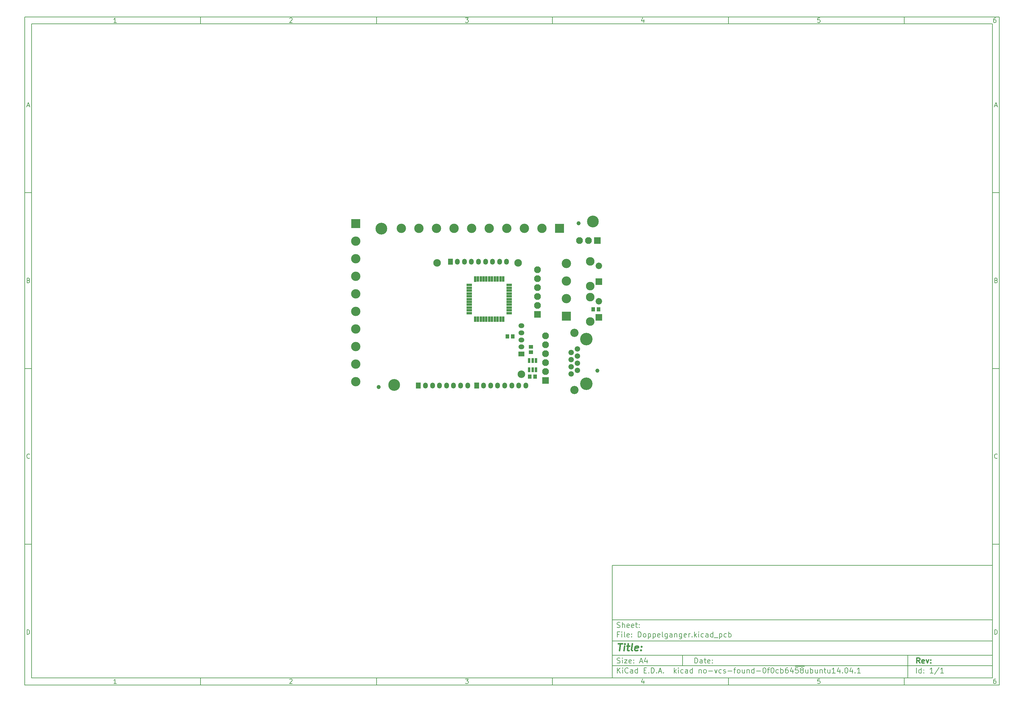
<source format=gts>
G04 #@! TF.GenerationSoftware,KiCad,Pcbnew,no-vcs-found-0f0cb64~58~ubuntu14.04.1*
G04 #@! TF.CreationDate,2017-03-27T23:46:48+02:00*
G04 #@! TF.ProjectId,Doppelganger,446F7070656C67616E6765722E6B6963,rev?*
G04 #@! TF.FileFunction,Soldermask,Top*
G04 #@! TF.FilePolarity,Negative*
%FSLAX46Y46*%
G04 Gerber Fmt 4.6, Leading zero omitted, Abs format (unit mm)*
G04 Created by KiCad (PCBNEW no-vcs-found-0f0cb64~58~ubuntu14.04.1) date Mon Mar 27 23:46:48 2017*
%MOMM*%
%LPD*%
G01*
G04 APERTURE LIST*
%ADD10C,0.100000*%
%ADD11C,0.150000*%
%ADD12C,0.300000*%
%ADD13C,0.400000*%
%ADD14R,1.064400X1.216800*%
%ADD15R,2.650000X2.650000*%
%ADD16C,2.650000*%
%ADD17R,1.850000X1.850000*%
%ADD18C,1.850000*%
%ADD19C,2.450000*%
%ADD20R,1.950000X1.950000*%
%ADD21C,1.950000*%
%ADD22R,1.650000X0.700000*%
%ADD23R,0.700000X1.650000*%
%ADD24C,0.700000*%
%ADD25C,1.550000*%
%ADD26C,3.550000*%
%ADD27C,2.350000*%
%ADD28O,1.350000X1.674000*%
%ADD29R,1.350000X1.674000*%
%ADD30O,1.674000X1.350000*%
%ADD31R,1.674000X1.350000*%
%ADD32C,2.150000*%
%ADD33C,3.350000*%
%ADD34C,1.150000*%
%ADD35R,0.770000X1.370000*%
%ADD36R,1.216800X1.064400*%
G04 APERTURE END LIST*
D10*
D11*
X177002200Y-166007200D02*
X177002200Y-198007200D01*
X285002200Y-198007200D01*
X285002200Y-166007200D01*
X177002200Y-166007200D01*
D10*
D11*
X10000000Y-10000000D02*
X10000000Y-200007200D01*
X287002200Y-200007200D01*
X287002200Y-10000000D01*
X10000000Y-10000000D01*
D10*
D11*
X12000000Y-12000000D02*
X12000000Y-198007200D01*
X285002200Y-198007200D01*
X285002200Y-12000000D01*
X12000000Y-12000000D01*
D10*
D11*
X60000000Y-12000000D02*
X60000000Y-10000000D01*
D10*
D11*
X110000000Y-12000000D02*
X110000000Y-10000000D01*
D10*
D11*
X160000000Y-12000000D02*
X160000000Y-10000000D01*
D10*
D11*
X210000000Y-12000000D02*
X210000000Y-10000000D01*
D10*
D11*
X260000000Y-12000000D02*
X260000000Y-10000000D01*
D10*
D11*
X36065476Y-11588095D02*
X35322619Y-11588095D01*
X35694047Y-11588095D02*
X35694047Y-10288095D01*
X35570238Y-10473809D01*
X35446428Y-10597619D01*
X35322619Y-10659523D01*
D10*
D11*
X85322619Y-10411904D02*
X85384523Y-10350000D01*
X85508333Y-10288095D01*
X85817857Y-10288095D01*
X85941666Y-10350000D01*
X86003571Y-10411904D01*
X86065476Y-10535714D01*
X86065476Y-10659523D01*
X86003571Y-10845238D01*
X85260714Y-11588095D01*
X86065476Y-11588095D01*
D10*
D11*
X135260714Y-10288095D02*
X136065476Y-10288095D01*
X135632142Y-10783333D01*
X135817857Y-10783333D01*
X135941666Y-10845238D01*
X136003571Y-10907142D01*
X136065476Y-11030952D01*
X136065476Y-11340476D01*
X136003571Y-11464285D01*
X135941666Y-11526190D01*
X135817857Y-11588095D01*
X135446428Y-11588095D01*
X135322619Y-11526190D01*
X135260714Y-11464285D01*
D10*
D11*
X185941666Y-10721428D02*
X185941666Y-11588095D01*
X185632142Y-10226190D02*
X185322619Y-11154761D01*
X186127380Y-11154761D01*
D10*
D11*
X236003571Y-10288095D02*
X235384523Y-10288095D01*
X235322619Y-10907142D01*
X235384523Y-10845238D01*
X235508333Y-10783333D01*
X235817857Y-10783333D01*
X235941666Y-10845238D01*
X236003571Y-10907142D01*
X236065476Y-11030952D01*
X236065476Y-11340476D01*
X236003571Y-11464285D01*
X235941666Y-11526190D01*
X235817857Y-11588095D01*
X235508333Y-11588095D01*
X235384523Y-11526190D01*
X235322619Y-11464285D01*
D10*
D11*
X285941666Y-10288095D02*
X285694047Y-10288095D01*
X285570238Y-10350000D01*
X285508333Y-10411904D01*
X285384523Y-10597619D01*
X285322619Y-10845238D01*
X285322619Y-11340476D01*
X285384523Y-11464285D01*
X285446428Y-11526190D01*
X285570238Y-11588095D01*
X285817857Y-11588095D01*
X285941666Y-11526190D01*
X286003571Y-11464285D01*
X286065476Y-11340476D01*
X286065476Y-11030952D01*
X286003571Y-10907142D01*
X285941666Y-10845238D01*
X285817857Y-10783333D01*
X285570238Y-10783333D01*
X285446428Y-10845238D01*
X285384523Y-10907142D01*
X285322619Y-11030952D01*
D10*
D11*
X60000000Y-198007200D02*
X60000000Y-200007200D01*
D10*
D11*
X110000000Y-198007200D02*
X110000000Y-200007200D01*
D10*
D11*
X160000000Y-198007200D02*
X160000000Y-200007200D01*
D10*
D11*
X210000000Y-198007200D02*
X210000000Y-200007200D01*
D10*
D11*
X260000000Y-198007200D02*
X260000000Y-200007200D01*
D10*
D11*
X36065476Y-199595295D02*
X35322619Y-199595295D01*
X35694047Y-199595295D02*
X35694047Y-198295295D01*
X35570238Y-198481009D01*
X35446428Y-198604819D01*
X35322619Y-198666723D01*
D10*
D11*
X85322619Y-198419104D02*
X85384523Y-198357200D01*
X85508333Y-198295295D01*
X85817857Y-198295295D01*
X85941666Y-198357200D01*
X86003571Y-198419104D01*
X86065476Y-198542914D01*
X86065476Y-198666723D01*
X86003571Y-198852438D01*
X85260714Y-199595295D01*
X86065476Y-199595295D01*
D10*
D11*
X135260714Y-198295295D02*
X136065476Y-198295295D01*
X135632142Y-198790533D01*
X135817857Y-198790533D01*
X135941666Y-198852438D01*
X136003571Y-198914342D01*
X136065476Y-199038152D01*
X136065476Y-199347676D01*
X136003571Y-199471485D01*
X135941666Y-199533390D01*
X135817857Y-199595295D01*
X135446428Y-199595295D01*
X135322619Y-199533390D01*
X135260714Y-199471485D01*
D10*
D11*
X185941666Y-198728628D02*
X185941666Y-199595295D01*
X185632142Y-198233390D02*
X185322619Y-199161961D01*
X186127380Y-199161961D01*
D10*
D11*
X236003571Y-198295295D02*
X235384523Y-198295295D01*
X235322619Y-198914342D01*
X235384523Y-198852438D01*
X235508333Y-198790533D01*
X235817857Y-198790533D01*
X235941666Y-198852438D01*
X236003571Y-198914342D01*
X236065476Y-199038152D01*
X236065476Y-199347676D01*
X236003571Y-199471485D01*
X235941666Y-199533390D01*
X235817857Y-199595295D01*
X235508333Y-199595295D01*
X235384523Y-199533390D01*
X235322619Y-199471485D01*
D10*
D11*
X285941666Y-198295295D02*
X285694047Y-198295295D01*
X285570238Y-198357200D01*
X285508333Y-198419104D01*
X285384523Y-198604819D01*
X285322619Y-198852438D01*
X285322619Y-199347676D01*
X285384523Y-199471485D01*
X285446428Y-199533390D01*
X285570238Y-199595295D01*
X285817857Y-199595295D01*
X285941666Y-199533390D01*
X286003571Y-199471485D01*
X286065476Y-199347676D01*
X286065476Y-199038152D01*
X286003571Y-198914342D01*
X285941666Y-198852438D01*
X285817857Y-198790533D01*
X285570238Y-198790533D01*
X285446428Y-198852438D01*
X285384523Y-198914342D01*
X285322619Y-199038152D01*
D10*
D11*
X10000000Y-60000000D02*
X12000000Y-60000000D01*
D10*
D11*
X10000000Y-110000000D02*
X12000000Y-110000000D01*
D10*
D11*
X10000000Y-160000000D02*
X12000000Y-160000000D01*
D10*
D11*
X10690476Y-35216666D02*
X11309523Y-35216666D01*
X10566666Y-35588095D02*
X11000000Y-34288095D01*
X11433333Y-35588095D01*
D10*
D11*
X11092857Y-84907142D02*
X11278571Y-84969047D01*
X11340476Y-85030952D01*
X11402380Y-85154761D01*
X11402380Y-85340476D01*
X11340476Y-85464285D01*
X11278571Y-85526190D01*
X11154761Y-85588095D01*
X10659523Y-85588095D01*
X10659523Y-84288095D01*
X11092857Y-84288095D01*
X11216666Y-84350000D01*
X11278571Y-84411904D01*
X11340476Y-84535714D01*
X11340476Y-84659523D01*
X11278571Y-84783333D01*
X11216666Y-84845238D01*
X11092857Y-84907142D01*
X10659523Y-84907142D01*
D10*
D11*
X11402380Y-135464285D02*
X11340476Y-135526190D01*
X11154761Y-135588095D01*
X11030952Y-135588095D01*
X10845238Y-135526190D01*
X10721428Y-135402380D01*
X10659523Y-135278571D01*
X10597619Y-135030952D01*
X10597619Y-134845238D01*
X10659523Y-134597619D01*
X10721428Y-134473809D01*
X10845238Y-134350000D01*
X11030952Y-134288095D01*
X11154761Y-134288095D01*
X11340476Y-134350000D01*
X11402380Y-134411904D01*
D10*
D11*
X10659523Y-185588095D02*
X10659523Y-184288095D01*
X10969047Y-184288095D01*
X11154761Y-184350000D01*
X11278571Y-184473809D01*
X11340476Y-184597619D01*
X11402380Y-184845238D01*
X11402380Y-185030952D01*
X11340476Y-185278571D01*
X11278571Y-185402380D01*
X11154761Y-185526190D01*
X10969047Y-185588095D01*
X10659523Y-185588095D01*
D10*
D11*
X287002200Y-60000000D02*
X285002200Y-60000000D01*
D10*
D11*
X287002200Y-110000000D02*
X285002200Y-110000000D01*
D10*
D11*
X287002200Y-160000000D02*
X285002200Y-160000000D01*
D10*
D11*
X285692676Y-35216666D02*
X286311723Y-35216666D01*
X285568866Y-35588095D02*
X286002200Y-34288095D01*
X286435533Y-35588095D01*
D10*
D11*
X286095057Y-84907142D02*
X286280771Y-84969047D01*
X286342676Y-85030952D01*
X286404580Y-85154761D01*
X286404580Y-85340476D01*
X286342676Y-85464285D01*
X286280771Y-85526190D01*
X286156961Y-85588095D01*
X285661723Y-85588095D01*
X285661723Y-84288095D01*
X286095057Y-84288095D01*
X286218866Y-84350000D01*
X286280771Y-84411904D01*
X286342676Y-84535714D01*
X286342676Y-84659523D01*
X286280771Y-84783333D01*
X286218866Y-84845238D01*
X286095057Y-84907142D01*
X285661723Y-84907142D01*
D10*
D11*
X286404580Y-135464285D02*
X286342676Y-135526190D01*
X286156961Y-135588095D01*
X286033152Y-135588095D01*
X285847438Y-135526190D01*
X285723628Y-135402380D01*
X285661723Y-135278571D01*
X285599819Y-135030952D01*
X285599819Y-134845238D01*
X285661723Y-134597619D01*
X285723628Y-134473809D01*
X285847438Y-134350000D01*
X286033152Y-134288095D01*
X286156961Y-134288095D01*
X286342676Y-134350000D01*
X286404580Y-134411904D01*
D10*
D11*
X285661723Y-185588095D02*
X285661723Y-184288095D01*
X285971247Y-184288095D01*
X286156961Y-184350000D01*
X286280771Y-184473809D01*
X286342676Y-184597619D01*
X286404580Y-184845238D01*
X286404580Y-185030952D01*
X286342676Y-185278571D01*
X286280771Y-185402380D01*
X286156961Y-185526190D01*
X285971247Y-185588095D01*
X285661723Y-185588095D01*
D10*
D11*
X200434342Y-193785771D02*
X200434342Y-192285771D01*
X200791485Y-192285771D01*
X201005771Y-192357200D01*
X201148628Y-192500057D01*
X201220057Y-192642914D01*
X201291485Y-192928628D01*
X201291485Y-193142914D01*
X201220057Y-193428628D01*
X201148628Y-193571485D01*
X201005771Y-193714342D01*
X200791485Y-193785771D01*
X200434342Y-193785771D01*
X202577200Y-193785771D02*
X202577200Y-193000057D01*
X202505771Y-192857200D01*
X202362914Y-192785771D01*
X202077200Y-192785771D01*
X201934342Y-192857200D01*
X202577200Y-193714342D02*
X202434342Y-193785771D01*
X202077200Y-193785771D01*
X201934342Y-193714342D01*
X201862914Y-193571485D01*
X201862914Y-193428628D01*
X201934342Y-193285771D01*
X202077200Y-193214342D01*
X202434342Y-193214342D01*
X202577200Y-193142914D01*
X203077200Y-192785771D02*
X203648628Y-192785771D01*
X203291485Y-192285771D02*
X203291485Y-193571485D01*
X203362914Y-193714342D01*
X203505771Y-193785771D01*
X203648628Y-193785771D01*
X204720057Y-193714342D02*
X204577200Y-193785771D01*
X204291485Y-193785771D01*
X204148628Y-193714342D01*
X204077200Y-193571485D01*
X204077200Y-193000057D01*
X204148628Y-192857200D01*
X204291485Y-192785771D01*
X204577200Y-192785771D01*
X204720057Y-192857200D01*
X204791485Y-193000057D01*
X204791485Y-193142914D01*
X204077200Y-193285771D01*
X205434342Y-193642914D02*
X205505771Y-193714342D01*
X205434342Y-193785771D01*
X205362914Y-193714342D01*
X205434342Y-193642914D01*
X205434342Y-193785771D01*
X205434342Y-192857200D02*
X205505771Y-192928628D01*
X205434342Y-193000057D01*
X205362914Y-192928628D01*
X205434342Y-192857200D01*
X205434342Y-193000057D01*
D10*
D11*
X177002200Y-194507200D02*
X285002200Y-194507200D01*
D10*
D11*
X178434342Y-196585771D02*
X178434342Y-195085771D01*
X179291485Y-196585771D02*
X178648628Y-195728628D01*
X179291485Y-195085771D02*
X178434342Y-195942914D01*
X179934342Y-196585771D02*
X179934342Y-195585771D01*
X179934342Y-195085771D02*
X179862914Y-195157200D01*
X179934342Y-195228628D01*
X180005771Y-195157200D01*
X179934342Y-195085771D01*
X179934342Y-195228628D01*
X181505771Y-196442914D02*
X181434342Y-196514342D01*
X181220057Y-196585771D01*
X181077200Y-196585771D01*
X180862914Y-196514342D01*
X180720057Y-196371485D01*
X180648628Y-196228628D01*
X180577200Y-195942914D01*
X180577200Y-195728628D01*
X180648628Y-195442914D01*
X180720057Y-195300057D01*
X180862914Y-195157200D01*
X181077200Y-195085771D01*
X181220057Y-195085771D01*
X181434342Y-195157200D01*
X181505771Y-195228628D01*
X182791485Y-196585771D02*
X182791485Y-195800057D01*
X182720057Y-195657200D01*
X182577200Y-195585771D01*
X182291485Y-195585771D01*
X182148628Y-195657200D01*
X182791485Y-196514342D02*
X182648628Y-196585771D01*
X182291485Y-196585771D01*
X182148628Y-196514342D01*
X182077200Y-196371485D01*
X182077200Y-196228628D01*
X182148628Y-196085771D01*
X182291485Y-196014342D01*
X182648628Y-196014342D01*
X182791485Y-195942914D01*
X184148628Y-196585771D02*
X184148628Y-195085771D01*
X184148628Y-196514342D02*
X184005771Y-196585771D01*
X183720057Y-196585771D01*
X183577200Y-196514342D01*
X183505771Y-196442914D01*
X183434342Y-196300057D01*
X183434342Y-195871485D01*
X183505771Y-195728628D01*
X183577200Y-195657200D01*
X183720057Y-195585771D01*
X184005771Y-195585771D01*
X184148628Y-195657200D01*
X186005771Y-195800057D02*
X186505771Y-195800057D01*
X186720057Y-196585771D02*
X186005771Y-196585771D01*
X186005771Y-195085771D01*
X186720057Y-195085771D01*
X187362914Y-196442914D02*
X187434342Y-196514342D01*
X187362914Y-196585771D01*
X187291485Y-196514342D01*
X187362914Y-196442914D01*
X187362914Y-196585771D01*
X188077200Y-196585771D02*
X188077200Y-195085771D01*
X188434342Y-195085771D01*
X188648628Y-195157200D01*
X188791485Y-195300057D01*
X188862914Y-195442914D01*
X188934342Y-195728628D01*
X188934342Y-195942914D01*
X188862914Y-196228628D01*
X188791485Y-196371485D01*
X188648628Y-196514342D01*
X188434342Y-196585771D01*
X188077200Y-196585771D01*
X189577200Y-196442914D02*
X189648628Y-196514342D01*
X189577200Y-196585771D01*
X189505771Y-196514342D01*
X189577200Y-196442914D01*
X189577200Y-196585771D01*
X190220057Y-196157200D02*
X190934342Y-196157200D01*
X190077200Y-196585771D02*
X190577200Y-195085771D01*
X191077200Y-196585771D01*
X191577200Y-196442914D02*
X191648628Y-196514342D01*
X191577200Y-196585771D01*
X191505771Y-196514342D01*
X191577200Y-196442914D01*
X191577200Y-196585771D01*
X194577200Y-196585771D02*
X194577200Y-195085771D01*
X194720057Y-196014342D02*
X195148628Y-196585771D01*
X195148628Y-195585771D02*
X194577200Y-196157200D01*
X195791485Y-196585771D02*
X195791485Y-195585771D01*
X195791485Y-195085771D02*
X195720057Y-195157200D01*
X195791485Y-195228628D01*
X195862914Y-195157200D01*
X195791485Y-195085771D01*
X195791485Y-195228628D01*
X197148628Y-196514342D02*
X197005771Y-196585771D01*
X196720057Y-196585771D01*
X196577200Y-196514342D01*
X196505771Y-196442914D01*
X196434342Y-196300057D01*
X196434342Y-195871485D01*
X196505771Y-195728628D01*
X196577200Y-195657200D01*
X196720057Y-195585771D01*
X197005771Y-195585771D01*
X197148628Y-195657200D01*
X198434342Y-196585771D02*
X198434342Y-195800057D01*
X198362914Y-195657200D01*
X198220057Y-195585771D01*
X197934342Y-195585771D01*
X197791485Y-195657200D01*
X198434342Y-196514342D02*
X198291485Y-196585771D01*
X197934342Y-196585771D01*
X197791485Y-196514342D01*
X197720057Y-196371485D01*
X197720057Y-196228628D01*
X197791485Y-196085771D01*
X197934342Y-196014342D01*
X198291485Y-196014342D01*
X198434342Y-195942914D01*
X199791485Y-196585771D02*
X199791485Y-195085771D01*
X199791485Y-196514342D02*
X199648628Y-196585771D01*
X199362914Y-196585771D01*
X199220057Y-196514342D01*
X199148628Y-196442914D01*
X199077200Y-196300057D01*
X199077200Y-195871485D01*
X199148628Y-195728628D01*
X199220057Y-195657200D01*
X199362914Y-195585771D01*
X199648628Y-195585771D01*
X199791485Y-195657200D01*
X201648628Y-195585771D02*
X201648628Y-196585771D01*
X201648628Y-195728628D02*
X201720057Y-195657200D01*
X201862914Y-195585771D01*
X202077200Y-195585771D01*
X202220057Y-195657200D01*
X202291485Y-195800057D01*
X202291485Y-196585771D01*
X203220057Y-196585771D02*
X203077200Y-196514342D01*
X203005771Y-196442914D01*
X202934342Y-196300057D01*
X202934342Y-195871485D01*
X203005771Y-195728628D01*
X203077200Y-195657200D01*
X203220057Y-195585771D01*
X203434342Y-195585771D01*
X203577200Y-195657200D01*
X203648628Y-195728628D01*
X203720057Y-195871485D01*
X203720057Y-196300057D01*
X203648628Y-196442914D01*
X203577200Y-196514342D01*
X203434342Y-196585771D01*
X203220057Y-196585771D01*
X204362914Y-196014342D02*
X205505771Y-196014342D01*
X206077200Y-195585771D02*
X206434342Y-196585771D01*
X206791485Y-195585771D01*
X208005771Y-196514342D02*
X207862914Y-196585771D01*
X207577200Y-196585771D01*
X207434342Y-196514342D01*
X207362914Y-196442914D01*
X207291485Y-196300057D01*
X207291485Y-195871485D01*
X207362914Y-195728628D01*
X207434342Y-195657200D01*
X207577200Y-195585771D01*
X207862914Y-195585771D01*
X208005771Y-195657200D01*
X208577200Y-196514342D02*
X208720057Y-196585771D01*
X209005771Y-196585771D01*
X209148628Y-196514342D01*
X209220057Y-196371485D01*
X209220057Y-196300057D01*
X209148628Y-196157200D01*
X209005771Y-196085771D01*
X208791485Y-196085771D01*
X208648628Y-196014342D01*
X208577200Y-195871485D01*
X208577200Y-195800057D01*
X208648628Y-195657200D01*
X208791485Y-195585771D01*
X209005771Y-195585771D01*
X209148628Y-195657200D01*
X209862914Y-196014342D02*
X211005771Y-196014342D01*
X211505771Y-195585771D02*
X212077200Y-195585771D01*
X211720057Y-196585771D02*
X211720057Y-195300057D01*
X211791485Y-195157200D01*
X211934342Y-195085771D01*
X212077200Y-195085771D01*
X212791485Y-196585771D02*
X212648628Y-196514342D01*
X212577200Y-196442914D01*
X212505771Y-196300057D01*
X212505771Y-195871485D01*
X212577200Y-195728628D01*
X212648628Y-195657200D01*
X212791485Y-195585771D01*
X213005771Y-195585771D01*
X213148628Y-195657200D01*
X213220057Y-195728628D01*
X213291485Y-195871485D01*
X213291485Y-196300057D01*
X213220057Y-196442914D01*
X213148628Y-196514342D01*
X213005771Y-196585771D01*
X212791485Y-196585771D01*
X214577200Y-195585771D02*
X214577200Y-196585771D01*
X213934342Y-195585771D02*
X213934342Y-196371485D01*
X214005771Y-196514342D01*
X214148628Y-196585771D01*
X214362914Y-196585771D01*
X214505771Y-196514342D01*
X214577200Y-196442914D01*
X215291485Y-195585771D02*
X215291485Y-196585771D01*
X215291485Y-195728628D02*
X215362914Y-195657200D01*
X215505771Y-195585771D01*
X215720057Y-195585771D01*
X215862914Y-195657200D01*
X215934342Y-195800057D01*
X215934342Y-196585771D01*
X217291485Y-196585771D02*
X217291485Y-195085771D01*
X217291485Y-196514342D02*
X217148628Y-196585771D01*
X216862914Y-196585771D01*
X216720057Y-196514342D01*
X216648628Y-196442914D01*
X216577200Y-196300057D01*
X216577200Y-195871485D01*
X216648628Y-195728628D01*
X216720057Y-195657200D01*
X216862914Y-195585771D01*
X217148628Y-195585771D01*
X217291485Y-195657200D01*
X218005771Y-196014342D02*
X219148628Y-196014342D01*
X220148628Y-195085771D02*
X220291485Y-195085771D01*
X220434342Y-195157200D01*
X220505771Y-195228628D01*
X220577200Y-195371485D01*
X220648628Y-195657200D01*
X220648628Y-196014342D01*
X220577200Y-196300057D01*
X220505771Y-196442914D01*
X220434342Y-196514342D01*
X220291485Y-196585771D01*
X220148628Y-196585771D01*
X220005771Y-196514342D01*
X219934342Y-196442914D01*
X219862914Y-196300057D01*
X219791485Y-196014342D01*
X219791485Y-195657200D01*
X219862914Y-195371485D01*
X219934342Y-195228628D01*
X220005771Y-195157200D01*
X220148628Y-195085771D01*
X221077200Y-195585771D02*
X221648628Y-195585771D01*
X221291485Y-196585771D02*
X221291485Y-195300057D01*
X221362914Y-195157200D01*
X221505771Y-195085771D01*
X221648628Y-195085771D01*
X222434342Y-195085771D02*
X222577200Y-195085771D01*
X222720057Y-195157200D01*
X222791485Y-195228628D01*
X222862914Y-195371485D01*
X222934342Y-195657200D01*
X222934342Y-196014342D01*
X222862914Y-196300057D01*
X222791485Y-196442914D01*
X222720057Y-196514342D01*
X222577200Y-196585771D01*
X222434342Y-196585771D01*
X222291485Y-196514342D01*
X222220057Y-196442914D01*
X222148628Y-196300057D01*
X222077200Y-196014342D01*
X222077200Y-195657200D01*
X222148628Y-195371485D01*
X222220057Y-195228628D01*
X222291485Y-195157200D01*
X222434342Y-195085771D01*
X224220057Y-196514342D02*
X224077200Y-196585771D01*
X223791485Y-196585771D01*
X223648628Y-196514342D01*
X223577200Y-196442914D01*
X223505771Y-196300057D01*
X223505771Y-195871485D01*
X223577200Y-195728628D01*
X223648628Y-195657200D01*
X223791485Y-195585771D01*
X224077200Y-195585771D01*
X224220057Y-195657200D01*
X224862914Y-196585771D02*
X224862914Y-195085771D01*
X224862914Y-195657200D02*
X225005771Y-195585771D01*
X225291485Y-195585771D01*
X225434342Y-195657200D01*
X225505771Y-195728628D01*
X225577200Y-195871485D01*
X225577200Y-196300057D01*
X225505771Y-196442914D01*
X225434342Y-196514342D01*
X225291485Y-196585771D01*
X225005771Y-196585771D01*
X224862914Y-196514342D01*
X226862914Y-195085771D02*
X226577200Y-195085771D01*
X226434342Y-195157200D01*
X226362914Y-195228628D01*
X226220057Y-195442914D01*
X226148628Y-195728628D01*
X226148628Y-196300057D01*
X226220057Y-196442914D01*
X226291485Y-196514342D01*
X226434342Y-196585771D01*
X226720057Y-196585771D01*
X226862914Y-196514342D01*
X226934342Y-196442914D01*
X227005771Y-196300057D01*
X227005771Y-195942914D01*
X226934342Y-195800057D01*
X226862914Y-195728628D01*
X226720057Y-195657200D01*
X226434342Y-195657200D01*
X226291485Y-195728628D01*
X226220057Y-195800057D01*
X226148628Y-195942914D01*
X228291485Y-195585771D02*
X228291485Y-196585771D01*
X227934342Y-195014342D02*
X227577200Y-196085771D01*
X228505771Y-196085771D01*
X228967557Y-194677200D02*
X230148628Y-194677200D01*
X229791485Y-195085771D02*
X229077200Y-195085771D01*
X229005771Y-195800057D01*
X229077200Y-195728628D01*
X229220057Y-195657200D01*
X229577200Y-195657200D01*
X229720057Y-195728628D01*
X229791485Y-195800057D01*
X229862914Y-195942914D01*
X229862914Y-196300057D01*
X229791485Y-196442914D01*
X229720057Y-196514342D01*
X229577200Y-196585771D01*
X229220057Y-196585771D01*
X229077200Y-196514342D01*
X229005771Y-196442914D01*
X230148628Y-194677200D02*
X231577200Y-194677200D01*
X230720057Y-195728628D02*
X230577200Y-195657200D01*
X230505771Y-195585771D01*
X230434342Y-195442914D01*
X230434342Y-195371485D01*
X230505771Y-195228628D01*
X230577200Y-195157200D01*
X230720057Y-195085771D01*
X231005771Y-195085771D01*
X231148628Y-195157200D01*
X231220057Y-195228628D01*
X231291485Y-195371485D01*
X231291485Y-195442914D01*
X231220057Y-195585771D01*
X231148628Y-195657200D01*
X231005771Y-195728628D01*
X230720057Y-195728628D01*
X230577200Y-195800057D01*
X230505771Y-195871485D01*
X230434342Y-196014342D01*
X230434342Y-196300057D01*
X230505771Y-196442914D01*
X230577200Y-196514342D01*
X230720057Y-196585771D01*
X231005771Y-196585771D01*
X231148628Y-196514342D01*
X231220057Y-196442914D01*
X231291485Y-196300057D01*
X231291485Y-196014342D01*
X231220057Y-195871485D01*
X231148628Y-195800057D01*
X231005771Y-195728628D01*
X232577200Y-195585771D02*
X232577200Y-196585771D01*
X231934342Y-195585771D02*
X231934342Y-196371485D01*
X232005771Y-196514342D01*
X232148628Y-196585771D01*
X232362914Y-196585771D01*
X232505771Y-196514342D01*
X232577200Y-196442914D01*
X233291485Y-196585771D02*
X233291485Y-195085771D01*
X233291485Y-195657200D02*
X233434342Y-195585771D01*
X233720057Y-195585771D01*
X233862914Y-195657200D01*
X233934342Y-195728628D01*
X234005771Y-195871485D01*
X234005771Y-196300057D01*
X233934342Y-196442914D01*
X233862914Y-196514342D01*
X233720057Y-196585771D01*
X233434342Y-196585771D01*
X233291485Y-196514342D01*
X235291485Y-195585771D02*
X235291485Y-196585771D01*
X234648628Y-195585771D02*
X234648628Y-196371485D01*
X234720057Y-196514342D01*
X234862914Y-196585771D01*
X235077200Y-196585771D01*
X235220057Y-196514342D01*
X235291485Y-196442914D01*
X236005771Y-195585771D02*
X236005771Y-196585771D01*
X236005771Y-195728628D02*
X236077200Y-195657200D01*
X236220057Y-195585771D01*
X236434342Y-195585771D01*
X236577200Y-195657200D01*
X236648628Y-195800057D01*
X236648628Y-196585771D01*
X237148628Y-195585771D02*
X237720057Y-195585771D01*
X237362914Y-195085771D02*
X237362914Y-196371485D01*
X237434342Y-196514342D01*
X237577200Y-196585771D01*
X237720057Y-196585771D01*
X238862914Y-195585771D02*
X238862914Y-196585771D01*
X238220057Y-195585771D02*
X238220057Y-196371485D01*
X238291485Y-196514342D01*
X238434342Y-196585771D01*
X238648628Y-196585771D01*
X238791485Y-196514342D01*
X238862914Y-196442914D01*
X240362914Y-196585771D02*
X239505771Y-196585771D01*
X239934342Y-196585771D02*
X239934342Y-195085771D01*
X239791485Y-195300057D01*
X239648628Y-195442914D01*
X239505771Y-195514342D01*
X241648628Y-195585771D02*
X241648628Y-196585771D01*
X241291485Y-195014342D02*
X240934342Y-196085771D01*
X241862914Y-196085771D01*
X242434342Y-196442914D02*
X242505771Y-196514342D01*
X242434342Y-196585771D01*
X242362914Y-196514342D01*
X242434342Y-196442914D01*
X242434342Y-196585771D01*
X243434342Y-195085771D02*
X243577200Y-195085771D01*
X243720057Y-195157200D01*
X243791485Y-195228628D01*
X243862914Y-195371485D01*
X243934342Y-195657200D01*
X243934342Y-196014342D01*
X243862914Y-196300057D01*
X243791485Y-196442914D01*
X243720057Y-196514342D01*
X243577200Y-196585771D01*
X243434342Y-196585771D01*
X243291485Y-196514342D01*
X243220057Y-196442914D01*
X243148628Y-196300057D01*
X243077200Y-196014342D01*
X243077200Y-195657200D01*
X243148628Y-195371485D01*
X243220057Y-195228628D01*
X243291485Y-195157200D01*
X243434342Y-195085771D01*
X245220057Y-195585771D02*
X245220057Y-196585771D01*
X244862914Y-195014342D02*
X244505771Y-196085771D01*
X245434342Y-196085771D01*
X246005771Y-196442914D02*
X246077200Y-196514342D01*
X246005771Y-196585771D01*
X245934342Y-196514342D01*
X246005771Y-196442914D01*
X246005771Y-196585771D01*
X247505771Y-196585771D02*
X246648628Y-196585771D01*
X247077200Y-196585771D02*
X247077200Y-195085771D01*
X246934342Y-195300057D01*
X246791485Y-195442914D01*
X246648628Y-195514342D01*
D10*
D11*
X177002200Y-191507200D02*
X285002200Y-191507200D01*
D10*
D12*
X264411485Y-193785771D02*
X263911485Y-193071485D01*
X263554342Y-193785771D02*
X263554342Y-192285771D01*
X264125771Y-192285771D01*
X264268628Y-192357200D01*
X264340057Y-192428628D01*
X264411485Y-192571485D01*
X264411485Y-192785771D01*
X264340057Y-192928628D01*
X264268628Y-193000057D01*
X264125771Y-193071485D01*
X263554342Y-193071485D01*
X265625771Y-193714342D02*
X265482914Y-193785771D01*
X265197200Y-193785771D01*
X265054342Y-193714342D01*
X264982914Y-193571485D01*
X264982914Y-193000057D01*
X265054342Y-192857200D01*
X265197200Y-192785771D01*
X265482914Y-192785771D01*
X265625771Y-192857200D01*
X265697200Y-193000057D01*
X265697200Y-193142914D01*
X264982914Y-193285771D01*
X266197200Y-192785771D02*
X266554342Y-193785771D01*
X266911485Y-192785771D01*
X267482914Y-193642914D02*
X267554342Y-193714342D01*
X267482914Y-193785771D01*
X267411485Y-193714342D01*
X267482914Y-193642914D01*
X267482914Y-193785771D01*
X267482914Y-192857200D02*
X267554342Y-192928628D01*
X267482914Y-193000057D01*
X267411485Y-192928628D01*
X267482914Y-192857200D01*
X267482914Y-193000057D01*
D10*
D11*
X178362914Y-193714342D02*
X178577200Y-193785771D01*
X178934342Y-193785771D01*
X179077200Y-193714342D01*
X179148628Y-193642914D01*
X179220057Y-193500057D01*
X179220057Y-193357200D01*
X179148628Y-193214342D01*
X179077200Y-193142914D01*
X178934342Y-193071485D01*
X178648628Y-193000057D01*
X178505771Y-192928628D01*
X178434342Y-192857200D01*
X178362914Y-192714342D01*
X178362914Y-192571485D01*
X178434342Y-192428628D01*
X178505771Y-192357200D01*
X178648628Y-192285771D01*
X179005771Y-192285771D01*
X179220057Y-192357200D01*
X179862914Y-193785771D02*
X179862914Y-192785771D01*
X179862914Y-192285771D02*
X179791485Y-192357200D01*
X179862914Y-192428628D01*
X179934342Y-192357200D01*
X179862914Y-192285771D01*
X179862914Y-192428628D01*
X180434342Y-192785771D02*
X181220057Y-192785771D01*
X180434342Y-193785771D01*
X181220057Y-193785771D01*
X182362914Y-193714342D02*
X182220057Y-193785771D01*
X181934342Y-193785771D01*
X181791485Y-193714342D01*
X181720057Y-193571485D01*
X181720057Y-193000057D01*
X181791485Y-192857200D01*
X181934342Y-192785771D01*
X182220057Y-192785771D01*
X182362914Y-192857200D01*
X182434342Y-193000057D01*
X182434342Y-193142914D01*
X181720057Y-193285771D01*
X183077200Y-193642914D02*
X183148628Y-193714342D01*
X183077200Y-193785771D01*
X183005771Y-193714342D01*
X183077200Y-193642914D01*
X183077200Y-193785771D01*
X183077200Y-192857200D02*
X183148628Y-192928628D01*
X183077200Y-193000057D01*
X183005771Y-192928628D01*
X183077200Y-192857200D01*
X183077200Y-193000057D01*
X184862914Y-193357200D02*
X185577200Y-193357200D01*
X184720057Y-193785771D02*
X185220057Y-192285771D01*
X185720057Y-193785771D01*
X186862914Y-192785771D02*
X186862914Y-193785771D01*
X186505771Y-192214342D02*
X186148628Y-193285771D01*
X187077200Y-193285771D01*
D10*
D11*
X263434342Y-196585771D02*
X263434342Y-195085771D01*
X264791485Y-196585771D02*
X264791485Y-195085771D01*
X264791485Y-196514342D02*
X264648628Y-196585771D01*
X264362914Y-196585771D01*
X264220057Y-196514342D01*
X264148628Y-196442914D01*
X264077200Y-196300057D01*
X264077200Y-195871485D01*
X264148628Y-195728628D01*
X264220057Y-195657200D01*
X264362914Y-195585771D01*
X264648628Y-195585771D01*
X264791485Y-195657200D01*
X265505771Y-196442914D02*
X265577200Y-196514342D01*
X265505771Y-196585771D01*
X265434342Y-196514342D01*
X265505771Y-196442914D01*
X265505771Y-196585771D01*
X265505771Y-195657200D02*
X265577200Y-195728628D01*
X265505771Y-195800057D01*
X265434342Y-195728628D01*
X265505771Y-195657200D01*
X265505771Y-195800057D01*
X268148628Y-196585771D02*
X267291485Y-196585771D01*
X267720057Y-196585771D02*
X267720057Y-195085771D01*
X267577200Y-195300057D01*
X267434342Y-195442914D01*
X267291485Y-195514342D01*
X269862914Y-195014342D02*
X268577200Y-196942914D01*
X271148628Y-196585771D02*
X270291485Y-196585771D01*
X270720057Y-196585771D02*
X270720057Y-195085771D01*
X270577200Y-195300057D01*
X270434342Y-195442914D01*
X270291485Y-195514342D01*
D10*
D11*
X177002200Y-187507200D02*
X285002200Y-187507200D01*
D10*
D13*
X178714580Y-188211961D02*
X179857438Y-188211961D01*
X179036009Y-190211961D02*
X179286009Y-188211961D01*
X180274104Y-190211961D02*
X180440771Y-188878628D01*
X180524104Y-188211961D02*
X180416961Y-188307200D01*
X180500295Y-188402438D01*
X180607438Y-188307200D01*
X180524104Y-188211961D01*
X180500295Y-188402438D01*
X181107438Y-188878628D02*
X181869342Y-188878628D01*
X181476485Y-188211961D02*
X181262200Y-189926247D01*
X181333628Y-190116723D01*
X181512200Y-190211961D01*
X181702676Y-190211961D01*
X182655057Y-190211961D02*
X182476485Y-190116723D01*
X182405057Y-189926247D01*
X182619342Y-188211961D01*
X184190771Y-190116723D02*
X183988390Y-190211961D01*
X183607438Y-190211961D01*
X183428866Y-190116723D01*
X183357438Y-189926247D01*
X183452676Y-189164342D01*
X183571723Y-188973866D01*
X183774104Y-188878628D01*
X184155057Y-188878628D01*
X184333628Y-188973866D01*
X184405057Y-189164342D01*
X184381247Y-189354819D01*
X183405057Y-189545295D01*
X185155057Y-190021485D02*
X185238390Y-190116723D01*
X185131247Y-190211961D01*
X185047914Y-190116723D01*
X185155057Y-190021485D01*
X185131247Y-190211961D01*
X185286009Y-188973866D02*
X185369342Y-189069104D01*
X185262200Y-189164342D01*
X185178866Y-189069104D01*
X185286009Y-188973866D01*
X185262200Y-189164342D01*
D10*
D11*
X178934342Y-185600057D02*
X178434342Y-185600057D01*
X178434342Y-186385771D02*
X178434342Y-184885771D01*
X179148628Y-184885771D01*
X179720057Y-186385771D02*
X179720057Y-185385771D01*
X179720057Y-184885771D02*
X179648628Y-184957200D01*
X179720057Y-185028628D01*
X179791485Y-184957200D01*
X179720057Y-184885771D01*
X179720057Y-185028628D01*
X180648628Y-186385771D02*
X180505771Y-186314342D01*
X180434342Y-186171485D01*
X180434342Y-184885771D01*
X181791485Y-186314342D02*
X181648628Y-186385771D01*
X181362914Y-186385771D01*
X181220057Y-186314342D01*
X181148628Y-186171485D01*
X181148628Y-185600057D01*
X181220057Y-185457200D01*
X181362914Y-185385771D01*
X181648628Y-185385771D01*
X181791485Y-185457200D01*
X181862914Y-185600057D01*
X181862914Y-185742914D01*
X181148628Y-185885771D01*
X182505771Y-186242914D02*
X182577200Y-186314342D01*
X182505771Y-186385771D01*
X182434342Y-186314342D01*
X182505771Y-186242914D01*
X182505771Y-186385771D01*
X182505771Y-185457200D02*
X182577200Y-185528628D01*
X182505771Y-185600057D01*
X182434342Y-185528628D01*
X182505771Y-185457200D01*
X182505771Y-185600057D01*
X184362914Y-186385771D02*
X184362914Y-184885771D01*
X184720057Y-184885771D01*
X184934342Y-184957200D01*
X185077200Y-185100057D01*
X185148628Y-185242914D01*
X185220057Y-185528628D01*
X185220057Y-185742914D01*
X185148628Y-186028628D01*
X185077200Y-186171485D01*
X184934342Y-186314342D01*
X184720057Y-186385771D01*
X184362914Y-186385771D01*
X186077200Y-186385771D02*
X185934342Y-186314342D01*
X185862914Y-186242914D01*
X185791485Y-186100057D01*
X185791485Y-185671485D01*
X185862914Y-185528628D01*
X185934342Y-185457200D01*
X186077200Y-185385771D01*
X186291485Y-185385771D01*
X186434342Y-185457200D01*
X186505771Y-185528628D01*
X186577200Y-185671485D01*
X186577200Y-186100057D01*
X186505771Y-186242914D01*
X186434342Y-186314342D01*
X186291485Y-186385771D01*
X186077200Y-186385771D01*
X187220057Y-185385771D02*
X187220057Y-186885771D01*
X187220057Y-185457200D02*
X187362914Y-185385771D01*
X187648628Y-185385771D01*
X187791485Y-185457200D01*
X187862914Y-185528628D01*
X187934342Y-185671485D01*
X187934342Y-186100057D01*
X187862914Y-186242914D01*
X187791485Y-186314342D01*
X187648628Y-186385771D01*
X187362914Y-186385771D01*
X187220057Y-186314342D01*
X188577200Y-185385771D02*
X188577200Y-186885771D01*
X188577200Y-185457200D02*
X188720057Y-185385771D01*
X189005771Y-185385771D01*
X189148628Y-185457200D01*
X189220057Y-185528628D01*
X189291485Y-185671485D01*
X189291485Y-186100057D01*
X189220057Y-186242914D01*
X189148628Y-186314342D01*
X189005771Y-186385771D01*
X188720057Y-186385771D01*
X188577200Y-186314342D01*
X190505771Y-186314342D02*
X190362914Y-186385771D01*
X190077200Y-186385771D01*
X189934342Y-186314342D01*
X189862914Y-186171485D01*
X189862914Y-185600057D01*
X189934342Y-185457200D01*
X190077200Y-185385771D01*
X190362914Y-185385771D01*
X190505771Y-185457200D01*
X190577200Y-185600057D01*
X190577200Y-185742914D01*
X189862914Y-185885771D01*
X191434342Y-186385771D02*
X191291485Y-186314342D01*
X191220057Y-186171485D01*
X191220057Y-184885771D01*
X192648628Y-185385771D02*
X192648628Y-186600057D01*
X192577200Y-186742914D01*
X192505771Y-186814342D01*
X192362914Y-186885771D01*
X192148628Y-186885771D01*
X192005771Y-186814342D01*
X192648628Y-186314342D02*
X192505771Y-186385771D01*
X192220057Y-186385771D01*
X192077200Y-186314342D01*
X192005771Y-186242914D01*
X191934342Y-186100057D01*
X191934342Y-185671485D01*
X192005771Y-185528628D01*
X192077200Y-185457200D01*
X192220057Y-185385771D01*
X192505771Y-185385771D01*
X192648628Y-185457200D01*
X194005771Y-186385771D02*
X194005771Y-185600057D01*
X193934342Y-185457200D01*
X193791485Y-185385771D01*
X193505771Y-185385771D01*
X193362914Y-185457200D01*
X194005771Y-186314342D02*
X193862914Y-186385771D01*
X193505771Y-186385771D01*
X193362914Y-186314342D01*
X193291485Y-186171485D01*
X193291485Y-186028628D01*
X193362914Y-185885771D01*
X193505771Y-185814342D01*
X193862914Y-185814342D01*
X194005771Y-185742914D01*
X194720057Y-185385771D02*
X194720057Y-186385771D01*
X194720057Y-185528628D02*
X194791485Y-185457200D01*
X194934342Y-185385771D01*
X195148628Y-185385771D01*
X195291485Y-185457200D01*
X195362914Y-185600057D01*
X195362914Y-186385771D01*
X196720057Y-185385771D02*
X196720057Y-186600057D01*
X196648628Y-186742914D01*
X196577200Y-186814342D01*
X196434342Y-186885771D01*
X196220057Y-186885771D01*
X196077200Y-186814342D01*
X196720057Y-186314342D02*
X196577200Y-186385771D01*
X196291485Y-186385771D01*
X196148628Y-186314342D01*
X196077200Y-186242914D01*
X196005771Y-186100057D01*
X196005771Y-185671485D01*
X196077200Y-185528628D01*
X196148628Y-185457200D01*
X196291485Y-185385771D01*
X196577200Y-185385771D01*
X196720057Y-185457200D01*
X198005771Y-186314342D02*
X197862914Y-186385771D01*
X197577200Y-186385771D01*
X197434342Y-186314342D01*
X197362914Y-186171485D01*
X197362914Y-185600057D01*
X197434342Y-185457200D01*
X197577200Y-185385771D01*
X197862914Y-185385771D01*
X198005771Y-185457200D01*
X198077200Y-185600057D01*
X198077200Y-185742914D01*
X197362914Y-185885771D01*
X198720057Y-186385771D02*
X198720057Y-185385771D01*
X198720057Y-185671485D02*
X198791485Y-185528628D01*
X198862914Y-185457200D01*
X199005771Y-185385771D01*
X199148628Y-185385771D01*
X199648628Y-186242914D02*
X199720057Y-186314342D01*
X199648628Y-186385771D01*
X199577200Y-186314342D01*
X199648628Y-186242914D01*
X199648628Y-186385771D01*
X200362914Y-186385771D02*
X200362914Y-184885771D01*
X200505771Y-185814342D02*
X200934342Y-186385771D01*
X200934342Y-185385771D02*
X200362914Y-185957200D01*
X201577200Y-186385771D02*
X201577200Y-185385771D01*
X201577200Y-184885771D02*
X201505771Y-184957200D01*
X201577200Y-185028628D01*
X201648628Y-184957200D01*
X201577200Y-184885771D01*
X201577200Y-185028628D01*
X202934342Y-186314342D02*
X202791485Y-186385771D01*
X202505771Y-186385771D01*
X202362914Y-186314342D01*
X202291485Y-186242914D01*
X202220057Y-186100057D01*
X202220057Y-185671485D01*
X202291485Y-185528628D01*
X202362914Y-185457200D01*
X202505771Y-185385771D01*
X202791485Y-185385771D01*
X202934342Y-185457200D01*
X204220057Y-186385771D02*
X204220057Y-185600057D01*
X204148628Y-185457200D01*
X204005771Y-185385771D01*
X203720057Y-185385771D01*
X203577200Y-185457200D01*
X204220057Y-186314342D02*
X204077200Y-186385771D01*
X203720057Y-186385771D01*
X203577200Y-186314342D01*
X203505771Y-186171485D01*
X203505771Y-186028628D01*
X203577200Y-185885771D01*
X203720057Y-185814342D01*
X204077200Y-185814342D01*
X204220057Y-185742914D01*
X205577200Y-186385771D02*
X205577200Y-184885771D01*
X205577200Y-186314342D02*
X205434342Y-186385771D01*
X205148628Y-186385771D01*
X205005771Y-186314342D01*
X204934342Y-186242914D01*
X204862914Y-186100057D01*
X204862914Y-185671485D01*
X204934342Y-185528628D01*
X205005771Y-185457200D01*
X205148628Y-185385771D01*
X205434342Y-185385771D01*
X205577200Y-185457200D01*
X205934342Y-186528628D02*
X207077200Y-186528628D01*
X207434342Y-185385771D02*
X207434342Y-186885771D01*
X207434342Y-185457200D02*
X207577200Y-185385771D01*
X207862914Y-185385771D01*
X208005771Y-185457200D01*
X208077200Y-185528628D01*
X208148628Y-185671485D01*
X208148628Y-186100057D01*
X208077200Y-186242914D01*
X208005771Y-186314342D01*
X207862914Y-186385771D01*
X207577200Y-186385771D01*
X207434342Y-186314342D01*
X209434342Y-186314342D02*
X209291485Y-186385771D01*
X209005771Y-186385771D01*
X208862914Y-186314342D01*
X208791485Y-186242914D01*
X208720057Y-186100057D01*
X208720057Y-185671485D01*
X208791485Y-185528628D01*
X208862914Y-185457200D01*
X209005771Y-185385771D01*
X209291485Y-185385771D01*
X209434342Y-185457200D01*
X210077200Y-186385771D02*
X210077200Y-184885771D01*
X210077200Y-185457200D02*
X210220057Y-185385771D01*
X210505771Y-185385771D01*
X210648628Y-185457200D01*
X210720057Y-185528628D01*
X210791485Y-185671485D01*
X210791485Y-186100057D01*
X210720057Y-186242914D01*
X210648628Y-186314342D01*
X210505771Y-186385771D01*
X210220057Y-186385771D01*
X210077200Y-186314342D01*
D10*
D11*
X177002200Y-181507200D02*
X285002200Y-181507200D01*
D10*
D11*
X178362914Y-183614342D02*
X178577200Y-183685771D01*
X178934342Y-183685771D01*
X179077200Y-183614342D01*
X179148628Y-183542914D01*
X179220057Y-183400057D01*
X179220057Y-183257200D01*
X179148628Y-183114342D01*
X179077200Y-183042914D01*
X178934342Y-182971485D01*
X178648628Y-182900057D01*
X178505771Y-182828628D01*
X178434342Y-182757200D01*
X178362914Y-182614342D01*
X178362914Y-182471485D01*
X178434342Y-182328628D01*
X178505771Y-182257200D01*
X178648628Y-182185771D01*
X179005771Y-182185771D01*
X179220057Y-182257200D01*
X179862914Y-183685771D02*
X179862914Y-182185771D01*
X180505771Y-183685771D02*
X180505771Y-182900057D01*
X180434342Y-182757200D01*
X180291485Y-182685771D01*
X180077200Y-182685771D01*
X179934342Y-182757200D01*
X179862914Y-182828628D01*
X181791485Y-183614342D02*
X181648628Y-183685771D01*
X181362914Y-183685771D01*
X181220057Y-183614342D01*
X181148628Y-183471485D01*
X181148628Y-182900057D01*
X181220057Y-182757200D01*
X181362914Y-182685771D01*
X181648628Y-182685771D01*
X181791485Y-182757200D01*
X181862914Y-182900057D01*
X181862914Y-183042914D01*
X181148628Y-183185771D01*
X183077200Y-183614342D02*
X182934342Y-183685771D01*
X182648628Y-183685771D01*
X182505771Y-183614342D01*
X182434342Y-183471485D01*
X182434342Y-182900057D01*
X182505771Y-182757200D01*
X182648628Y-182685771D01*
X182934342Y-182685771D01*
X183077200Y-182757200D01*
X183148628Y-182900057D01*
X183148628Y-183042914D01*
X182434342Y-183185771D01*
X183577200Y-182685771D02*
X184148628Y-182685771D01*
X183791485Y-182185771D02*
X183791485Y-183471485D01*
X183862914Y-183614342D01*
X184005771Y-183685771D01*
X184148628Y-183685771D01*
X184648628Y-183542914D02*
X184720057Y-183614342D01*
X184648628Y-183685771D01*
X184577200Y-183614342D01*
X184648628Y-183542914D01*
X184648628Y-183685771D01*
X184648628Y-182757200D02*
X184720057Y-182828628D01*
X184648628Y-182900057D01*
X184577200Y-182828628D01*
X184648628Y-182757200D01*
X184648628Y-182900057D01*
D10*
D11*
X197002200Y-191507200D02*
X197002200Y-194507200D01*
D10*
D11*
X261002200Y-191507200D02*
X261002200Y-198007200D01*
D14*
X171577000Y-93154500D03*
X173101000Y-93154500D03*
X147142200Y-100863400D03*
X148666200Y-100863400D03*
D15*
X163936680Y-95134440D03*
D16*
X163936680Y-90134440D03*
X163936680Y-85134440D03*
X163936680Y-80134440D03*
D15*
X104084120Y-68751400D03*
D16*
X104084120Y-73751400D03*
X104084120Y-78751400D03*
X104084120Y-83751400D03*
X104084120Y-88751400D03*
X104084120Y-93751400D03*
X104084120Y-98751400D03*
X104084120Y-103751400D03*
X104084120Y-108751400D03*
X104084120Y-113751400D03*
D15*
X162001200Y-70104000D03*
D16*
X157001200Y-70104000D03*
X152001200Y-70104000D03*
X147001200Y-70104000D03*
X142001200Y-70104000D03*
X137001200Y-70104000D03*
X132001200Y-70104000D03*
X127001200Y-70104000D03*
X122001200Y-70104000D03*
X117001200Y-70104000D03*
D17*
X173203000Y-95415500D03*
D18*
X173203000Y-90893500D03*
D19*
X170713000Y-96659500D03*
X170713000Y-89649500D03*
D20*
X172783500Y-73596500D03*
D21*
X170243500Y-73596500D03*
X167703500Y-73596500D03*
D22*
X147711400Y-94246200D03*
X147711400Y-93446200D03*
X147711400Y-92646200D03*
X147711400Y-91846200D03*
X147711400Y-91046200D03*
X147711400Y-90246200D03*
X147711400Y-89446200D03*
X147711400Y-88646200D03*
X147711400Y-87846200D03*
X147711400Y-87046200D03*
X147711400Y-86246200D03*
D23*
X146011400Y-84546200D03*
X145211400Y-84546200D03*
X144411400Y-84546200D03*
X143611400Y-84546200D03*
X142811400Y-84546200D03*
X142011400Y-84546200D03*
X141211400Y-84546200D03*
X140411400Y-84546200D03*
X139611400Y-84546200D03*
X138811400Y-84546200D03*
D24*
X138011400Y-84546200D03*
D10*
G36*
X138361400Y-83721200D02*
X138361400Y-85371200D01*
X137661400Y-85371200D01*
X137661400Y-83721200D01*
X138361400Y-83721200D01*
X138361400Y-83721200D01*
G37*
D22*
X136311400Y-86246200D03*
X136311400Y-87046200D03*
X136311400Y-87846200D03*
X136311400Y-88646200D03*
X136311400Y-89446200D03*
X136311400Y-90246200D03*
X136311400Y-91046200D03*
X136311400Y-91846200D03*
X136311400Y-92646200D03*
X136311400Y-93446200D03*
X136311400Y-94246200D03*
D23*
X138011400Y-95946200D03*
X138811400Y-95946200D03*
X139611400Y-95946200D03*
X140411400Y-95946200D03*
X141211400Y-95946200D03*
X142011400Y-95946200D03*
X142811400Y-95946200D03*
X143611400Y-95946200D03*
X144411400Y-95946200D03*
X145211400Y-95946200D03*
X146011400Y-95946200D03*
D25*
X167118760Y-104445880D03*
X167118760Y-106475880D03*
X167118760Y-108505880D03*
X167118760Y-110535880D03*
X165338760Y-105465880D03*
X165338760Y-107495880D03*
X165338760Y-109525880D03*
X165338760Y-111555880D03*
D26*
X169658760Y-114345880D03*
X169658760Y-101645880D03*
D27*
X166228760Y-116125880D03*
X166228760Y-99865880D03*
D20*
X158038800Y-113421160D03*
D21*
X158038800Y-110881160D03*
X158038800Y-108341160D03*
X158038800Y-105801160D03*
X158038800Y-103261160D03*
X158038800Y-100721160D03*
D20*
X155765500Y-94615000D03*
D21*
X155765500Y-92075000D03*
X155765500Y-89535000D03*
X155765500Y-86995000D03*
X155765500Y-84455000D03*
X155765500Y-81915000D03*
D28*
X152430500Y-114806500D03*
X150430500Y-114806500D03*
X148430500Y-114806500D03*
X146430500Y-114806500D03*
X144430500Y-114806500D03*
X142430500Y-114806500D03*
X140430500Y-114806500D03*
D29*
X138430500Y-114806500D03*
D28*
X135890500Y-114806500D03*
X133890500Y-114806500D03*
X131890500Y-114806500D03*
X129890500Y-114806500D03*
X125890500Y-114806500D03*
X123890500Y-114806500D03*
X127890500Y-114806500D03*
D29*
X121890500Y-114806500D03*
D28*
X146970500Y-79596500D03*
X144970500Y-79596500D03*
X142970500Y-79596500D03*
X140970500Y-79596500D03*
X134970500Y-79596500D03*
X138970500Y-79596500D03*
X136970500Y-79596500D03*
X132970500Y-79596500D03*
D29*
X130970500Y-79596500D03*
D30*
X151130500Y-97846500D03*
X151130500Y-99846500D03*
X151130500Y-101846500D03*
D31*
X151130500Y-105846500D03*
D30*
X151130500Y-103846500D03*
D32*
X151140500Y-111586500D03*
X150270500Y-79946500D03*
X127190500Y-79946500D03*
D33*
X111379000Y-70256400D03*
X115011200Y-114630200D03*
X171475400Y-68148200D03*
D17*
X173203000Y-85319000D03*
D18*
X173203000Y-80797000D03*
D19*
X170713000Y-86563000D03*
X170713000Y-79553000D03*
D34*
X110583980Y-115265200D03*
X172791120Y-110573820D03*
X167396160Y-68709540D03*
D35*
X155305800Y-107702360D03*
X154355800Y-107702360D03*
X153405800Y-107702360D03*
X153405800Y-110322360D03*
X154355800Y-110322360D03*
X155305800Y-110322360D03*
D14*
X155036520Y-112290860D03*
X153512520Y-112290860D03*
D36*
X153847800Y-105354120D03*
X153847800Y-103830120D03*
M02*

</source>
